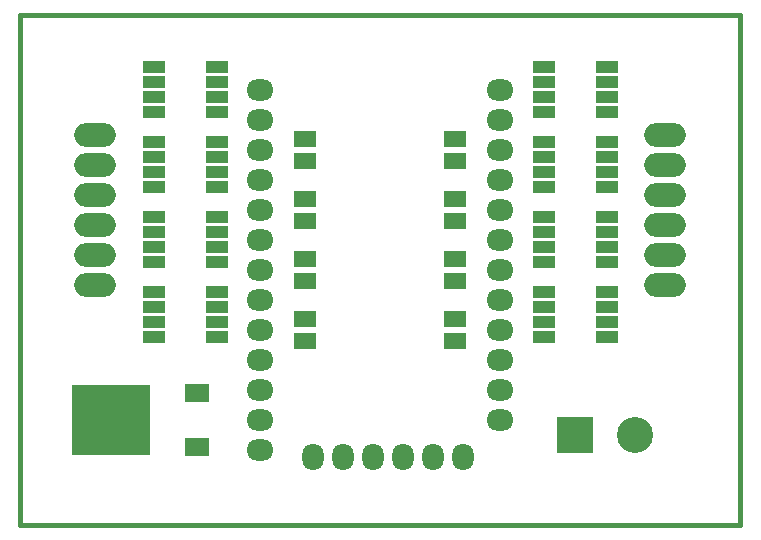
<source format=gbs>
G04 (created by PCBNEW (2013-may-18)-stable) date Tue Apr 15 11:28:34 2014*
%MOIN*%
G04 Gerber Fmt 3.4, Leading zero omitted, Abs format*
%FSLAX34Y34*%
G01*
G70*
G90*
G04 APERTURE LIST*
%ADD10C,0.00590551*%
%ADD11C,0.015*%
%ADD12O,0.1387X0.0793*%
%ADD13R,0.0751X0.0436*%
%ADD14R,0.075X0.055*%
%ADD15O,0.0909X0.0712*%
%ADD16O,0.0712X0.0909*%
%ADD17R,0.12X0.12*%
%ADD18C,0.12*%
%ADD19R,0.0829X0.0593*%
%ADD20R,0.264X0.2325*%
G04 APERTURE END LIST*
G54D10*
G54D11*
X35500Y-42500D02*
G75*
G03X35500Y-42500I0J0D01*
G74*
G01*
X35499Y-42500D02*
X35500Y-42500D01*
X35500Y-42499D02*
X35500Y-42500D01*
X59500Y-42500D02*
X35500Y-42500D01*
X59500Y-25500D02*
X59500Y-42500D01*
X35500Y-25500D02*
X59500Y-25500D01*
X35500Y-42500D02*
X35500Y-25500D01*
G54D12*
X57000Y-29500D03*
X57000Y-30500D03*
X57000Y-31500D03*
X57000Y-32500D03*
X57000Y-33500D03*
X57000Y-34500D03*
G54D13*
X55050Y-28750D03*
X52950Y-28750D03*
X55050Y-28250D03*
X55050Y-27750D03*
X55050Y-27250D03*
X52950Y-28250D03*
X52950Y-27750D03*
X52950Y-27250D03*
X55050Y-31250D03*
X52950Y-31250D03*
X55050Y-30750D03*
X55050Y-30250D03*
X55050Y-29750D03*
X52950Y-30750D03*
X52950Y-30250D03*
X52950Y-29750D03*
X55050Y-33750D03*
X52950Y-33750D03*
X55050Y-33250D03*
X55050Y-32750D03*
X55050Y-32250D03*
X52950Y-33250D03*
X52950Y-32750D03*
X52950Y-32250D03*
X55050Y-36250D03*
X52950Y-36250D03*
X55050Y-35750D03*
X55050Y-35250D03*
X55050Y-34750D03*
X52950Y-35750D03*
X52950Y-35250D03*
X52950Y-34750D03*
X39950Y-34750D03*
X42050Y-34750D03*
X39950Y-35250D03*
X39950Y-35750D03*
X39950Y-36250D03*
X42050Y-35250D03*
X42050Y-35750D03*
X42050Y-36250D03*
X39950Y-32250D03*
X42050Y-32250D03*
X39950Y-32750D03*
X39950Y-33250D03*
X39950Y-33750D03*
X42050Y-32750D03*
X42050Y-33250D03*
X42050Y-33750D03*
X39950Y-29750D03*
X42050Y-29750D03*
X39950Y-30250D03*
X39950Y-30750D03*
X39950Y-31250D03*
X42050Y-30250D03*
X42050Y-30750D03*
X42050Y-31250D03*
X39950Y-27250D03*
X42050Y-27250D03*
X39950Y-27750D03*
X39950Y-28250D03*
X39950Y-28750D03*
X42050Y-27750D03*
X42050Y-28250D03*
X42050Y-28750D03*
G54D14*
X45000Y-31625D03*
X45000Y-32375D03*
X45000Y-33625D03*
X45000Y-34375D03*
X45000Y-36375D03*
X45000Y-35625D03*
X50000Y-36375D03*
X50000Y-35625D03*
X50000Y-33625D03*
X50000Y-34375D03*
X50000Y-31625D03*
X50000Y-32375D03*
X50000Y-29625D03*
X50000Y-30375D03*
X45000Y-29625D03*
X45000Y-30375D03*
G54D12*
X38000Y-34500D03*
X38000Y-33500D03*
X38000Y-32500D03*
X38000Y-31500D03*
X38000Y-30500D03*
X38000Y-29500D03*
G54D15*
X51500Y-39000D03*
X51500Y-38000D03*
X51500Y-37000D03*
X51500Y-36000D03*
X51500Y-35000D03*
X51500Y-34000D03*
X51500Y-33000D03*
X51500Y-32000D03*
X51500Y-31000D03*
X51500Y-30000D03*
X51500Y-29000D03*
X51500Y-28000D03*
X43500Y-28000D03*
X43500Y-29000D03*
X43500Y-30000D03*
X43500Y-31000D03*
X43500Y-32000D03*
X43500Y-33000D03*
X43500Y-34000D03*
X43500Y-35000D03*
X43500Y-36000D03*
X43500Y-37000D03*
X43500Y-38000D03*
X43500Y-39000D03*
X43500Y-40000D03*
G54D16*
X50250Y-40250D03*
X49250Y-40250D03*
X48250Y-40250D03*
X47250Y-40250D03*
X46250Y-40250D03*
X45250Y-40250D03*
G54D17*
X54000Y-39500D03*
G54D18*
X56000Y-39500D03*
G54D19*
X41389Y-38103D03*
X41389Y-39897D03*
G54D20*
X38516Y-39000D03*
M02*

</source>
